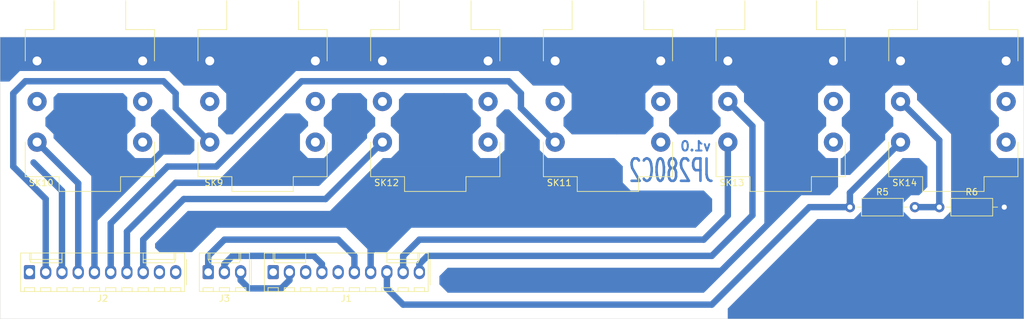
<source format=kicad_pcb>
(kicad_pcb (version 20171130) (host pcbnew 5.1.7-a382d34a8~87~ubuntu16.04.1)

  (general
    (thickness 1.6)
    (drawings 33)
    (tracks 87)
    (zones 0)
    (modules 11)
    (nets 39)
  )

  (page A4)
  (layers
    (0 F.Cu signal)
    (31 B.Cu signal)
    (32 B.Adhes user)
    (33 F.Adhes user)
    (34 B.Paste user)
    (35 F.Paste user)
    (36 B.SilkS user)
    (37 F.SilkS user)
    (38 B.Mask user)
    (39 F.Mask user)
    (40 Dwgs.User user)
    (41 Cmts.User user)
    (42 Eco1.User user)
    (43 Eco2.User user)
    (44 Edge.Cuts user)
    (45 Margin user)
    (46 B.CrtYd user)
    (47 F.CrtYd user)
    (48 B.Fab user)
    (49 F.Fab user)
  )

  (setup
    (last_trace_width 1)
    (user_trace_width 1)
    (user_trace_width 4)
    (trace_clearance 0.2)
    (zone_clearance 0.508)
    (zone_45_only no)
    (trace_min 0.2)
    (via_size 0.8)
    (via_drill 0.4)
    (via_min_size 0.4)
    (via_min_drill 0.3)
    (uvia_size 0.3)
    (uvia_drill 0.1)
    (uvias_allowed no)
    (uvia_min_size 0.2)
    (uvia_min_drill 0.1)
    (edge_width 0.05)
    (segment_width 0.2)
    (pcb_text_width 0.3)
    (pcb_text_size 1.5 1.5)
    (mod_edge_width 0.12)
    (mod_text_size 1 1)
    (mod_text_width 0.15)
    (pad_size 1.524 1.524)
    (pad_drill 0.762)
    (pad_to_mask_clearance 0)
    (aux_axis_origin 0 0)
    (visible_elements FFFFFF7F)
    (pcbplotparams
      (layerselection 0x010fc_ffffffff)
      (usegerberextensions false)
      (usegerberattributes true)
      (usegerberadvancedattributes true)
      (creategerberjobfile true)
      (excludeedgelayer true)
      (linewidth 0.100000)
      (plotframeref false)
      (viasonmask false)
      (mode 1)
      (useauxorigin false)
      (hpglpennumber 1)
      (hpglpenspeed 20)
      (hpglpendiameter 15.000000)
      (psnegative false)
      (psa4output false)
      (plotreference true)
      (plotvalue true)
      (plotinvisibletext false)
      (padsonsilk false)
      (subtractmaskfromsilk false)
      (outputformat 1)
      (mirror false)
      (drillshape 1)
      (scaleselection 1)
      (outputdirectory ""))
  )

  (net 0 "")
  (net 1 "Net-(J1-Pad10)")
  (net 2 "Net-(J1-Pad9)")
  (net 3 "Net-(J1-Pad8)")
  (net 4 "Net-(J1-Pad7)")
  (net 5 "Net-(J1-Pad6)")
  (net 6 "Net-(J1-Pad5)")
  (net 7 "Net-(J1-Pad4)")
  (net 8 "Net-(J1-Pad3)")
  (net 9 "Net-(J1-Pad2)")
  (net 10 "Net-(J1-Pad1)")
  (net 11 "Net-(J2-Pad10)")
  (net 12 "Net-(J2-Pad9)")
  (net 13 "Net-(J2-Pad8)")
  (net 14 "Net-(J2-Pad7)")
  (net 15 "Net-(J2-Pad6)")
  (net 16 "Net-(J2-Pad5)")
  (net 17 "Net-(J2-Pad4)")
  (net 18 "Net-(J2-Pad3)")
  (net 19 "Net-(J2-Pad2)")
  (net 20 "Net-(J2-Pad1)")
  (net 21 "Net-(R5-Pad2)")
  (net 22 GND)
  (net 23 "Net-(SK9-PadR)")
  (net 24 "Net-(SK9-PadRN)")
  (net 25 "Net-(SK9-PadTN)")
  (net 26 "Net-(SK10-PadR)")
  (net 27 "Net-(SK10-PadRN)")
  (net 28 "Net-(SK10-PadTN)")
  (net 29 "Net-(SK11-PadR)")
  (net 30 "Net-(SK11-PadRN)")
  (net 31 "Net-(SK11-PadTN)")
  (net 32 "Net-(SK12-PadR)")
  (net 33 "Net-(SK12-PadRN)")
  (net 34 "Net-(SK12-PadTN)")
  (net 35 "Net-(SK13-PadRN)")
  (net 36 "Net-(SK13-PadTN)")
  (net 37 "Net-(SK14-PadRN)")
  (net 38 "Net-(SK14-PadTN)")

  (net_class Default "This is the default net class."
    (clearance 0.2)
    (trace_width 0.25)
    (via_dia 0.8)
    (via_drill 0.4)
    (uvia_dia 0.3)
    (uvia_drill 0.1)
    (add_net GND)
    (add_net "Net-(J1-Pad1)")
    (add_net "Net-(J1-Pad10)")
    (add_net "Net-(J1-Pad2)")
    (add_net "Net-(J1-Pad3)")
    (add_net "Net-(J1-Pad4)")
    (add_net "Net-(J1-Pad5)")
    (add_net "Net-(J1-Pad6)")
    (add_net "Net-(J1-Pad7)")
    (add_net "Net-(J1-Pad8)")
    (add_net "Net-(J1-Pad9)")
    (add_net "Net-(J2-Pad1)")
    (add_net "Net-(J2-Pad10)")
    (add_net "Net-(J2-Pad2)")
    (add_net "Net-(J2-Pad3)")
    (add_net "Net-(J2-Pad4)")
    (add_net "Net-(J2-Pad5)")
    (add_net "Net-(J2-Pad6)")
    (add_net "Net-(J2-Pad7)")
    (add_net "Net-(J2-Pad8)")
    (add_net "Net-(J2-Pad9)")
    (add_net "Net-(R5-Pad2)")
    (add_net "Net-(SK10-PadR)")
    (add_net "Net-(SK10-PadRN)")
    (add_net "Net-(SK10-PadTN)")
    (add_net "Net-(SK11-PadR)")
    (add_net "Net-(SK11-PadRN)")
    (add_net "Net-(SK11-PadTN)")
    (add_net "Net-(SK12-PadR)")
    (add_net "Net-(SK12-PadRN)")
    (add_net "Net-(SK12-PadTN)")
    (add_net "Net-(SK13-PadRN)")
    (add_net "Net-(SK13-PadTN)")
    (add_net "Net-(SK14-PadRN)")
    (add_net "Net-(SK14-PadTN)")
    (add_net "Net-(SK9-PadR)")
    (add_net "Net-(SK9-PadRN)")
    (add_net "Net-(SK9-PadTN)")
  )

  (module TAC:CL13345 (layer F.Cu) (tedit 5F96A063) (tstamp 5FC4112A)
    (at 180 139.7 90)
    (path /5FC3A747)
    (fp_text reference SK14 (at -19.05 -7.62 180) (layer F.SilkS)
      (effects (font (size 1 1) (thickness 0.15)))
    )
    (fp_text value OSC (at -6.35 -1.27 270) (layer F.Fab)
      (effects (font (size 1 1) (thickness 0.15)))
    )
    (fp_text user Jack_6.35mm_Cliff_CL13345 (at -6.35 1.27 90) (layer F.Fab)
      (effects (font (size 1 1) (thickness 0.15)))
    )
    (fp_line (start -20.5 10.1) (end -20.5 -10.1) (layer F.CrtYd) (width 0.05))
    (fp_line (start 9.5 10.1) (end -20.5 10.1) (layer F.CrtYd) (width 0.05))
    (fp_line (start 9.5 -10.1) (end 9.5 10.1) (layer F.CrtYd) (width 0.05))
    (fp_line (start -20.5 -10.1) (end 9.5 -10.1) (layer F.CrtYd) (width 0.05))
    (fp_line (start 4.8 -10) (end 4.8 10) (layer F.Fab) (width 0.12))
    (fp_line (start 4.8 -10) (end -18 -10) (layer F.Fab) (width 0.12))
    (fp_line (start -18 -10) (end -18 10) (layer F.Fab) (width 0.12))
    (fp_line (start -18 10) (end 4.8 10) (layer F.Fab) (width 0.12))
    (fp_line (start -20.3 4.7) (end -20.3 -4.7) (layer F.Fab) (width 0.12))
    (fp_line (start -20.3 -4.7) (end -18 -4.7) (layer F.Fab) (width 0.12))
    (fp_line (start -20.3 4.7) (end -18 4.7) (layer F.Fab) (width 0.12))
    (fp_line (start 9.4 5.5) (end 9.4 -5.5) (layer F.Fab) (width 0.12))
    (fp_line (start 9.4 -5.5) (end 4.8 -5.5) (layer F.Fab) (width 0.12))
    (fp_line (start 9.4 5.5) (end 4.8 5.5) (layer F.Fab) (width 0.12))
    (fp_line (start 9.4 -5.6) (end 4.9 -5.6) (layer F.SilkS) (width 0.12))
    (fp_line (start 4.9 -5.6) (end 4.9 -10.1) (layer F.SilkS) (width 0.12))
    (fp_line (start 4.9 -10.1) (end 0 -10.1) (layer F.SilkS) (width 0.12))
    (fp_line (start 9.4 5.6) (end 4.9 5.6) (layer F.SilkS) (width 0.12))
    (fp_line (start 4.9 5.6) (end 4.9 10.1) (layer F.SilkS) (width 0.12))
    (fp_line (start 4.9 10.1) (end 0 10.1) (layer F.SilkS) (width 0.12))
    (fp_line (start -12.7 -10.1) (end -18.1 -10.1) (layer F.SilkS) (width 0.12))
    (fp_line (start -18.1 -10.1) (end -18.1 -4.8) (layer F.SilkS) (width 0.12))
    (fp_line (start -18.1 -4.8) (end -20.4 -4.8) (layer F.SilkS) (width 0.12))
    (fp_line (start -20.4 -4.8) (end -20.4 4.8) (layer F.SilkS) (width 0.12))
    (fp_line (start -20.4 4.8) (end -18.1 4.8) (layer F.SilkS) (width 0.12))
    (fp_line (start -18.1 4.8) (end -18.1 10.1) (layer F.SilkS) (width 0.12))
    (fp_line (start -18.1 10.1) (end -12.7 10.1) (layer F.SilkS) (width 0.12))
    (pad S thru_hole circle (at 0 -8.255 180) (size 3 3) (drill 1.4) (layers *.Cu *.Mask)
      (net 22 GND))
    (pad T thru_hole circle (at -12.7 -8.255 180) (size 3 3) (drill 1.4) (layers *.Cu *.Mask)
      (net 3 "Net-(J1-Pad8)"))
    (pad R thru_hole circle (at -6.35 -8.255 180) (size 3 3) (drill 1.4) (layers *.Cu *.Mask)
      (net 21 "Net-(R5-Pad2)"))
    (pad SN thru_hole circle (at 0 8.255 180) (size 3 3) (drill 1.4) (layers *.Cu *.Mask)
      (net 22 GND))
    (pad RN thru_hole circle (at -6.35 8.255 180) (size 3 3) (drill 1.4) (layers *.Cu *.Mask)
      (net 37 "Net-(SK14-PadRN)"))
    (pad TN thru_hole circle (at -12.7 8.255 180) (size 3 3) (drill 1.4) (layers *.Cu *.Mask)
      (net 38 "Net-(SK14-PadTN)"))
    (model ${KIPRJMOD}/local-libs/local-3dmodels/CL13345.step
      (offset (xyz -18 -10 0))
      (scale (xyz 1 1 1))
      (rotate (xyz 0 0 -90))
    )
  )

  (module TAC:CL13345 (layer F.Cu) (tedit 5F96A063) (tstamp 5FC41104)
    (at 153 139.7 90)
    (path /5FC3CD6D)
    (fp_text reference SK13 (at -19.05 -7.62 180) (layer F.SilkS)
      (effects (font (size 1 1) (thickness 0.15)))
    )
    (fp_text value Talkback (at -6.35 -1.27 270) (layer F.Fab)
      (effects (font (size 1 1) (thickness 0.15)))
    )
    (fp_text user Jack_6.35mm_Cliff_CL13345 (at -6.35 1.27 90) (layer F.Fab)
      (effects (font (size 1 1) (thickness 0.15)))
    )
    (fp_line (start -20.5 10.1) (end -20.5 -10.1) (layer F.CrtYd) (width 0.05))
    (fp_line (start 9.5 10.1) (end -20.5 10.1) (layer F.CrtYd) (width 0.05))
    (fp_line (start 9.5 -10.1) (end 9.5 10.1) (layer F.CrtYd) (width 0.05))
    (fp_line (start -20.5 -10.1) (end 9.5 -10.1) (layer F.CrtYd) (width 0.05))
    (fp_line (start 4.8 -10) (end 4.8 10) (layer F.Fab) (width 0.12))
    (fp_line (start 4.8 -10) (end -18 -10) (layer F.Fab) (width 0.12))
    (fp_line (start -18 -10) (end -18 10) (layer F.Fab) (width 0.12))
    (fp_line (start -18 10) (end 4.8 10) (layer F.Fab) (width 0.12))
    (fp_line (start -20.3 4.7) (end -20.3 -4.7) (layer F.Fab) (width 0.12))
    (fp_line (start -20.3 -4.7) (end -18 -4.7) (layer F.Fab) (width 0.12))
    (fp_line (start -20.3 4.7) (end -18 4.7) (layer F.Fab) (width 0.12))
    (fp_line (start 9.4 5.5) (end 9.4 -5.5) (layer F.Fab) (width 0.12))
    (fp_line (start 9.4 -5.5) (end 4.8 -5.5) (layer F.Fab) (width 0.12))
    (fp_line (start 9.4 5.5) (end 4.8 5.5) (layer F.Fab) (width 0.12))
    (fp_line (start 9.4 -5.6) (end 4.9 -5.6) (layer F.SilkS) (width 0.12))
    (fp_line (start 4.9 -5.6) (end 4.9 -10.1) (layer F.SilkS) (width 0.12))
    (fp_line (start 4.9 -10.1) (end 0 -10.1) (layer F.SilkS) (width 0.12))
    (fp_line (start 9.4 5.6) (end 4.9 5.6) (layer F.SilkS) (width 0.12))
    (fp_line (start 4.9 5.6) (end 4.9 10.1) (layer F.SilkS) (width 0.12))
    (fp_line (start 4.9 10.1) (end 0 10.1) (layer F.SilkS) (width 0.12))
    (fp_line (start -12.7 -10.1) (end -18.1 -10.1) (layer F.SilkS) (width 0.12))
    (fp_line (start -18.1 -10.1) (end -18.1 -4.8) (layer F.SilkS) (width 0.12))
    (fp_line (start -18.1 -4.8) (end -20.4 -4.8) (layer F.SilkS) (width 0.12))
    (fp_line (start -20.4 -4.8) (end -20.4 4.8) (layer F.SilkS) (width 0.12))
    (fp_line (start -20.4 4.8) (end -18.1 4.8) (layer F.SilkS) (width 0.12))
    (fp_line (start -18.1 4.8) (end -18.1 10.1) (layer F.SilkS) (width 0.12))
    (fp_line (start -18.1 10.1) (end -12.7 10.1) (layer F.SilkS) (width 0.12))
    (pad S thru_hole circle (at 0 -8.255 180) (size 3 3) (drill 1.4) (layers *.Cu *.Mask)
      (net 22 GND))
    (pad T thru_hole circle (at -12.7 -8.255 180) (size 3 3) (drill 1.4) (layers *.Cu *.Mask)
      (net 2 "Net-(J1-Pad9)"))
    (pad R thru_hole circle (at -6.35 -8.255 180) (size 3 3) (drill 1.4) (layers *.Cu *.Mask)
      (net 1 "Net-(J1-Pad10)"))
    (pad SN thru_hole circle (at 0 8.255 180) (size 3 3) (drill 1.4) (layers *.Cu *.Mask)
      (net 22 GND))
    (pad RN thru_hole circle (at -6.35 8.255 180) (size 3 3) (drill 1.4) (layers *.Cu *.Mask)
      (net 35 "Net-(SK13-PadRN)"))
    (pad TN thru_hole circle (at -12.7 8.255 180) (size 3 3) (drill 1.4) (layers *.Cu *.Mask)
      (net 36 "Net-(SK13-PadTN)"))
    (model ${KIPRJMOD}/local-libs/local-3dmodels/CL13345.step
      (offset (xyz -18 -10 0))
      (scale (xyz 1 1 1))
      (rotate (xyz 0 0 -90))
    )
  )

  (module TAC:CL13345 (layer F.Cu) (tedit 5F96A063) (tstamp 5FC410DE)
    (at 99 139.7 90)
    (path /5FC3DE3E)
    (fp_text reference SK12 (at -19.05 -7.62 180) (layer F.SilkS)
      (effects (font (size 1 1) (thickness 0.15)))
    )
    (fp_text value "Right Tape 1" (at -6.35 -1.27 270) (layer F.Fab)
      (effects (font (size 1 1) (thickness 0.15)))
    )
    (fp_text user Jack_6.35mm_Cliff_CL13345 (at -6.35 1.27 90) (layer F.Fab)
      (effects (font (size 1 1) (thickness 0.15)))
    )
    (fp_line (start -20.5 10.1) (end -20.5 -10.1) (layer F.CrtYd) (width 0.05))
    (fp_line (start 9.5 10.1) (end -20.5 10.1) (layer F.CrtYd) (width 0.05))
    (fp_line (start 9.5 -10.1) (end 9.5 10.1) (layer F.CrtYd) (width 0.05))
    (fp_line (start -20.5 -10.1) (end 9.5 -10.1) (layer F.CrtYd) (width 0.05))
    (fp_line (start 4.8 -10) (end 4.8 10) (layer F.Fab) (width 0.12))
    (fp_line (start 4.8 -10) (end -18 -10) (layer F.Fab) (width 0.12))
    (fp_line (start -18 -10) (end -18 10) (layer F.Fab) (width 0.12))
    (fp_line (start -18 10) (end 4.8 10) (layer F.Fab) (width 0.12))
    (fp_line (start -20.3 4.7) (end -20.3 -4.7) (layer F.Fab) (width 0.12))
    (fp_line (start -20.3 -4.7) (end -18 -4.7) (layer F.Fab) (width 0.12))
    (fp_line (start -20.3 4.7) (end -18 4.7) (layer F.Fab) (width 0.12))
    (fp_line (start 9.4 5.5) (end 9.4 -5.5) (layer F.Fab) (width 0.12))
    (fp_line (start 9.4 -5.5) (end 4.8 -5.5) (layer F.Fab) (width 0.12))
    (fp_line (start 9.4 5.5) (end 4.8 5.5) (layer F.Fab) (width 0.12))
    (fp_line (start 9.4 -5.6) (end 4.9 -5.6) (layer F.SilkS) (width 0.12))
    (fp_line (start 4.9 -5.6) (end 4.9 -10.1) (layer F.SilkS) (width 0.12))
    (fp_line (start 4.9 -10.1) (end 0 -10.1) (layer F.SilkS) (width 0.12))
    (fp_line (start 9.4 5.6) (end 4.9 5.6) (layer F.SilkS) (width 0.12))
    (fp_line (start 4.9 5.6) (end 4.9 10.1) (layer F.SilkS) (width 0.12))
    (fp_line (start 4.9 10.1) (end 0 10.1) (layer F.SilkS) (width 0.12))
    (fp_line (start -12.7 -10.1) (end -18.1 -10.1) (layer F.SilkS) (width 0.12))
    (fp_line (start -18.1 -10.1) (end -18.1 -4.8) (layer F.SilkS) (width 0.12))
    (fp_line (start -18.1 -4.8) (end -20.4 -4.8) (layer F.SilkS) (width 0.12))
    (fp_line (start -20.4 -4.8) (end -20.4 4.8) (layer F.SilkS) (width 0.12))
    (fp_line (start -20.4 4.8) (end -18.1 4.8) (layer F.SilkS) (width 0.12))
    (fp_line (start -18.1 4.8) (end -18.1 10.1) (layer F.SilkS) (width 0.12))
    (fp_line (start -18.1 10.1) (end -12.7 10.1) (layer F.SilkS) (width 0.12))
    (pad S thru_hole circle (at 0 -8.255 180) (size 3 3) (drill 1.4) (layers *.Cu *.Mask)
      (net 22 GND))
    (pad T thru_hole circle (at -12.7 -8.255 180) (size 3 3) (drill 1.4) (layers *.Cu *.Mask)
      (net 13 "Net-(J2-Pad8)"))
    (pad R thru_hole circle (at -6.35 -8.255 180) (size 3 3) (drill 1.4) (layers *.Cu *.Mask)
      (net 32 "Net-(SK12-PadR)"))
    (pad SN thru_hole circle (at 0 8.255 180) (size 3 3) (drill 1.4) (layers *.Cu *.Mask)
      (net 22 GND))
    (pad RN thru_hole circle (at -6.35 8.255 180) (size 3 3) (drill 1.4) (layers *.Cu *.Mask)
      (net 33 "Net-(SK12-PadRN)"))
    (pad TN thru_hole circle (at -12.7 8.255 180) (size 3 3) (drill 1.4) (layers *.Cu *.Mask)
      (net 34 "Net-(SK12-PadTN)"))
    (model ${KIPRJMOD}/local-libs/local-3dmodels/CL13345.step
      (offset (xyz -18 -10 0))
      (scale (xyz 1 1 1))
      (rotate (xyz 0 0 -90))
    )
  )

  (module TAC:CL13345 (layer F.Cu) (tedit 5F96A063) (tstamp 5FC410B8)
    (at 126 139.7 90)
    (path /5FC3D3FC)
    (fp_text reference SK11 (at -19.05 -7.62 180) (layer F.SilkS)
      (effects (font (size 1 1) (thickness 0.15)))
    )
    (fp_text value "Left Tape 1" (at -6.35 -1.27 270) (layer F.Fab)
      (effects (font (size 1 1) (thickness 0.15)))
    )
    (fp_text user Jack_6.35mm_Cliff_CL13345 (at -6.35 1.27 90) (layer F.Fab)
      (effects (font (size 1 1) (thickness 0.15)))
    )
    (fp_line (start -20.5 10.1) (end -20.5 -10.1) (layer F.CrtYd) (width 0.05))
    (fp_line (start 9.5 10.1) (end -20.5 10.1) (layer F.CrtYd) (width 0.05))
    (fp_line (start 9.5 -10.1) (end 9.5 10.1) (layer F.CrtYd) (width 0.05))
    (fp_line (start -20.5 -10.1) (end 9.5 -10.1) (layer F.CrtYd) (width 0.05))
    (fp_line (start 4.8 -10) (end 4.8 10) (layer F.Fab) (width 0.12))
    (fp_line (start 4.8 -10) (end -18 -10) (layer F.Fab) (width 0.12))
    (fp_line (start -18 -10) (end -18 10) (layer F.Fab) (width 0.12))
    (fp_line (start -18 10) (end 4.8 10) (layer F.Fab) (width 0.12))
    (fp_line (start -20.3 4.7) (end -20.3 -4.7) (layer F.Fab) (width 0.12))
    (fp_line (start -20.3 -4.7) (end -18 -4.7) (layer F.Fab) (width 0.12))
    (fp_line (start -20.3 4.7) (end -18 4.7) (layer F.Fab) (width 0.12))
    (fp_line (start 9.4 5.5) (end 9.4 -5.5) (layer F.Fab) (width 0.12))
    (fp_line (start 9.4 -5.5) (end 4.8 -5.5) (layer F.Fab) (width 0.12))
    (fp_line (start 9.4 5.5) (end 4.8 5.5) (layer F.Fab) (width 0.12))
    (fp_line (start 9.4 -5.6) (end 4.9 -5.6) (layer F.SilkS) (width 0.12))
    (fp_line (start 4.9 -5.6) (end 4.9 -10.1) (layer F.SilkS) (width 0.12))
    (fp_line (start 4.9 -10.1) (end 0 -10.1) (layer F.SilkS) (width 0.12))
    (fp_line (start 9.4 5.6) (end 4.9 5.6) (layer F.SilkS) (width 0.12))
    (fp_line (start 4.9 5.6) (end 4.9 10.1) (layer F.SilkS) (width 0.12))
    (fp_line (start 4.9 10.1) (end 0 10.1) (layer F.SilkS) (width 0.12))
    (fp_line (start -12.7 -10.1) (end -18.1 -10.1) (layer F.SilkS) (width 0.12))
    (fp_line (start -18.1 -10.1) (end -18.1 -4.8) (layer F.SilkS) (width 0.12))
    (fp_line (start -18.1 -4.8) (end -20.4 -4.8) (layer F.SilkS) (width 0.12))
    (fp_line (start -20.4 -4.8) (end -20.4 4.8) (layer F.SilkS) (width 0.12))
    (fp_line (start -20.4 4.8) (end -18.1 4.8) (layer F.SilkS) (width 0.12))
    (fp_line (start -18.1 4.8) (end -18.1 10.1) (layer F.SilkS) (width 0.12))
    (fp_line (start -18.1 10.1) (end -12.7 10.1) (layer F.SilkS) (width 0.12))
    (pad S thru_hole circle (at 0 -8.255 180) (size 3 3) (drill 1.4) (layers *.Cu *.Mask)
      (net 22 GND))
    (pad T thru_hole circle (at -12.7 -8.255 180) (size 3 3) (drill 1.4) (layers *.Cu *.Mask)
      (net 15 "Net-(J2-Pad6)"))
    (pad R thru_hole circle (at -6.35 -8.255 180) (size 3 3) (drill 1.4) (layers *.Cu *.Mask)
      (net 29 "Net-(SK11-PadR)"))
    (pad SN thru_hole circle (at 0 8.255 180) (size 3 3) (drill 1.4) (layers *.Cu *.Mask)
      (net 22 GND))
    (pad RN thru_hole circle (at -6.35 8.255 180) (size 3 3) (drill 1.4) (layers *.Cu *.Mask)
      (net 30 "Net-(SK11-PadRN)"))
    (pad TN thru_hole circle (at -12.7 8.255 180) (size 3 3) (drill 1.4) (layers *.Cu *.Mask)
      (net 31 "Net-(SK11-PadTN)"))
    (model ${KIPRJMOD}/local-libs/local-3dmodels/CL13345.step
      (offset (xyz -18 -10 0))
      (scale (xyz 1 1 1))
      (rotate (xyz 0 0 -90))
    )
  )

  (module TAC:CL13345 (layer F.Cu) (tedit 5F96A063) (tstamp 5FC41384)
    (at 45 139.7 90)
    (path /5FC3F387)
    (fp_text reference SK10 (at -19.05 -7.62 180) (layer F.SilkS)
      (effects (font (size 1 1) (thickness 0.15)))
    )
    (fp_text value "Right Tape 2" (at -6.35 -1.27 270) (layer F.Fab)
      (effects (font (size 1 1) (thickness 0.15)))
    )
    (fp_text user Jack_6.35mm_Cliff_CL13345 (at -6.35 1.27 90) (layer F.Fab)
      (effects (font (size 1 1) (thickness 0.15)))
    )
    (fp_line (start -20.5 10.1) (end -20.5 -10.1) (layer F.CrtYd) (width 0.05))
    (fp_line (start 9.5 10.1) (end -20.5 10.1) (layer F.CrtYd) (width 0.05))
    (fp_line (start 9.5 -10.1) (end 9.5 10.1) (layer F.CrtYd) (width 0.05))
    (fp_line (start -20.5 -10.1) (end 9.5 -10.1) (layer F.CrtYd) (width 0.05))
    (fp_line (start 4.8 -10) (end 4.8 10) (layer F.Fab) (width 0.12))
    (fp_line (start 4.8 -10) (end -18 -10) (layer F.Fab) (width 0.12))
    (fp_line (start -18 -10) (end -18 10) (layer F.Fab) (width 0.12))
    (fp_line (start -18 10) (end 4.8 10) (layer F.Fab) (width 0.12))
    (fp_line (start -20.3 4.7) (end -20.3 -4.7) (layer F.Fab) (width 0.12))
    (fp_line (start -20.3 -4.7) (end -18 -4.7) (layer F.Fab) (width 0.12))
    (fp_line (start -20.3 4.7) (end -18 4.7) (layer F.Fab) (width 0.12))
    (fp_line (start 9.4 5.5) (end 9.4 -5.5) (layer F.Fab) (width 0.12))
    (fp_line (start 9.4 -5.5) (end 4.8 -5.5) (layer F.Fab) (width 0.12))
    (fp_line (start 9.4 5.5) (end 4.8 5.5) (layer F.Fab) (width 0.12))
    (fp_line (start 9.4 -5.6) (end 4.9 -5.6) (layer F.SilkS) (width 0.12))
    (fp_line (start 4.9 -5.6) (end 4.9 -10.1) (layer F.SilkS) (width 0.12))
    (fp_line (start 4.9 -10.1) (end 0 -10.1) (layer F.SilkS) (width 0.12))
    (fp_line (start 9.4 5.6) (end 4.9 5.6) (layer F.SilkS) (width 0.12))
    (fp_line (start 4.9 5.6) (end 4.9 10.1) (layer F.SilkS) (width 0.12))
    (fp_line (start 4.9 10.1) (end 0 10.1) (layer F.SilkS) (width 0.12))
    (fp_line (start -12.7 -10.1) (end -18.1 -10.1) (layer F.SilkS) (width 0.12))
    (fp_line (start -18.1 -10.1) (end -18.1 -4.8) (layer F.SilkS) (width 0.12))
    (fp_line (start -18.1 -4.8) (end -20.4 -4.8) (layer F.SilkS) (width 0.12))
    (fp_line (start -20.4 -4.8) (end -20.4 4.8) (layer F.SilkS) (width 0.12))
    (fp_line (start -20.4 4.8) (end -18.1 4.8) (layer F.SilkS) (width 0.12))
    (fp_line (start -18.1 4.8) (end -18.1 10.1) (layer F.SilkS) (width 0.12))
    (fp_line (start -18.1 10.1) (end -12.7 10.1) (layer F.SilkS) (width 0.12))
    (pad S thru_hole circle (at 0 -8.255 180) (size 3 3) (drill 1.4) (layers *.Cu *.Mask)
      (net 22 GND))
    (pad T thru_hole circle (at -12.7 -8.255 180) (size 3 3) (drill 1.4) (layers *.Cu *.Mask)
      (net 17 "Net-(J2-Pad4)"))
    (pad R thru_hole circle (at -6.35 -8.255 180) (size 3 3) (drill 1.4) (layers *.Cu *.Mask)
      (net 26 "Net-(SK10-PadR)"))
    (pad SN thru_hole circle (at 0 8.255 180) (size 3 3) (drill 1.4) (layers *.Cu *.Mask)
      (net 22 GND))
    (pad RN thru_hole circle (at -6.35 8.255 180) (size 3 3) (drill 1.4) (layers *.Cu *.Mask)
      (net 27 "Net-(SK10-PadRN)"))
    (pad TN thru_hole circle (at -12.7 8.255 180) (size 3 3) (drill 1.4) (layers *.Cu *.Mask)
      (net 28 "Net-(SK10-PadTN)"))
    (model ${KIPRJMOD}/local-libs/local-3dmodels/CL13345.step
      (offset (xyz -18 -10 0))
      (scale (xyz 1 1 1))
      (rotate (xyz 0 0 -90))
    )
  )

  (module TAC:CL13345 (layer F.Cu) (tedit 5F96A063) (tstamp 5FC4106C)
    (at 72 139.7 90)
    (path /5FC3E872)
    (fp_text reference SK9 (at -19.05 -7.62 180) (layer F.SilkS)
      (effects (font (size 1 1) (thickness 0.15)))
    )
    (fp_text value "Left Tape 2" (at -6.35 -1.27 270) (layer F.Fab)
      (effects (font (size 1 1) (thickness 0.15)))
    )
    (fp_text user Jack_6.35mm_Cliff_CL13345 (at -6.35 1.27 90) (layer F.Fab)
      (effects (font (size 1 1) (thickness 0.15)))
    )
    (fp_line (start -20.5 10.1) (end -20.5 -10.1) (layer F.CrtYd) (width 0.05))
    (fp_line (start 9.5 10.1) (end -20.5 10.1) (layer F.CrtYd) (width 0.05))
    (fp_line (start 9.5 -10.1) (end 9.5 10.1) (layer F.CrtYd) (width 0.05))
    (fp_line (start -20.5 -10.1) (end 9.5 -10.1) (layer F.CrtYd) (width 0.05))
    (fp_line (start 4.8 -10) (end 4.8 10) (layer F.Fab) (width 0.12))
    (fp_line (start 4.8 -10) (end -18 -10) (layer F.Fab) (width 0.12))
    (fp_line (start -18 -10) (end -18 10) (layer F.Fab) (width 0.12))
    (fp_line (start -18 10) (end 4.8 10) (layer F.Fab) (width 0.12))
    (fp_line (start -20.3 4.7) (end -20.3 -4.7) (layer F.Fab) (width 0.12))
    (fp_line (start -20.3 -4.7) (end -18 -4.7) (layer F.Fab) (width 0.12))
    (fp_line (start -20.3 4.7) (end -18 4.7) (layer F.Fab) (width 0.12))
    (fp_line (start 9.4 5.5) (end 9.4 -5.5) (layer F.Fab) (width 0.12))
    (fp_line (start 9.4 -5.5) (end 4.8 -5.5) (layer F.Fab) (width 0.12))
    (fp_line (start 9.4 5.5) (end 4.8 5.5) (layer F.Fab) (width 0.12))
    (fp_line (start 9.4 -5.6) (end 4.9 -5.6) (layer F.SilkS) (width 0.12))
    (fp_line (start 4.9 -5.6) (end 4.9 -10.1) (layer F.SilkS) (width 0.12))
    (fp_line (start 4.9 -10.1) (end 0 -10.1) (layer F.SilkS) (width 0.12))
    (fp_line (start 9.4 5.6) (end 4.9 5.6) (layer F.SilkS) (width 0.12))
    (fp_line (start 4.9 5.6) (end 4.9 10.1) (layer F.SilkS) (width 0.12))
    (fp_line (start 4.9 10.1) (end 0 10.1) (layer F.SilkS) (width 0.12))
    (fp_line (start -12.7 -10.1) (end -18.1 -10.1) (layer F.SilkS) (width 0.12))
    (fp_line (start -18.1 -10.1) (end -18.1 -4.8) (layer F.SilkS) (width 0.12))
    (fp_line (start -18.1 -4.8) (end -20.4 -4.8) (layer F.SilkS) (width 0.12))
    (fp_line (start -20.4 -4.8) (end -20.4 4.8) (layer F.SilkS) (width 0.12))
    (fp_line (start -20.4 4.8) (end -18.1 4.8) (layer F.SilkS) (width 0.12))
    (fp_line (start -18.1 4.8) (end -18.1 10.1) (layer F.SilkS) (width 0.12))
    (fp_line (start -18.1 10.1) (end -12.7 10.1) (layer F.SilkS) (width 0.12))
    (pad S thru_hole circle (at 0 -8.255 180) (size 3 3) (drill 1.4) (layers *.Cu *.Mask)
      (net 22 GND))
    (pad T thru_hole circle (at -12.7 -8.255 180) (size 3 3) (drill 1.4) (layers *.Cu *.Mask)
      (net 19 "Net-(J2-Pad2)"))
    (pad R thru_hole circle (at -6.35 -8.255 180) (size 3 3) (drill 1.4) (layers *.Cu *.Mask)
      (net 23 "Net-(SK9-PadR)"))
    (pad SN thru_hole circle (at 0 8.255 180) (size 3 3) (drill 1.4) (layers *.Cu *.Mask)
      (net 22 GND))
    (pad RN thru_hole circle (at -6.35 8.255 180) (size 3 3) (drill 1.4) (layers *.Cu *.Mask)
      (net 24 "Net-(SK9-PadRN)"))
    (pad TN thru_hole circle (at -12.7 8.255 180) (size 3 3) (drill 1.4) (layers *.Cu *.Mask)
      (net 25 "Net-(SK9-PadTN)"))
    (model ${KIPRJMOD}/local-libs/local-3dmodels/CL13345.step
      (offset (xyz -18 -10 0))
      (scale (xyz 1 1 1))
      (rotate (xyz 0 0 -90))
    )
  )

  (module Resistor_THT:R_Axial_DIN0207_L6.3mm_D2.5mm_P10.16mm_Horizontal (layer F.Cu) (tedit 5AE5139B) (tstamp 5FC41C47)
    (at 177.8 162.56)
    (descr "Resistor, Axial_DIN0207 series, Axial, Horizontal, pin pitch=10.16mm, 0.25W = 1/4W, length*diameter=6.3*2.5mm^2, http://cdn-reichelt.de/documents/datenblatt/B400/1_4W%23YAG.pdf")
    (tags "Resistor Axial_DIN0207 series Axial Horizontal pin pitch 10.16mm 0.25W = 1/4W length 6.3mm diameter 2.5mm")
    (path /5FC516D0)
    (fp_text reference R6 (at 5.08 -2.37) (layer F.SilkS)
      (effects (font (size 1 1) (thickness 0.15)))
    )
    (fp_text value 10R (at 5.08 2.37) (layer F.Fab)
      (effects (font (size 1 1) (thickness 0.15)))
    )
    (fp_text user %R (at 5.08 0) (layer F.Fab)
      (effects (font (size 1 1) (thickness 0.15)))
    )
    (fp_line (start 1.93 -1.25) (end 1.93 1.25) (layer F.Fab) (width 0.1))
    (fp_line (start 1.93 1.25) (end 8.23 1.25) (layer F.Fab) (width 0.1))
    (fp_line (start 8.23 1.25) (end 8.23 -1.25) (layer F.Fab) (width 0.1))
    (fp_line (start 8.23 -1.25) (end 1.93 -1.25) (layer F.Fab) (width 0.1))
    (fp_line (start 0 0) (end 1.93 0) (layer F.Fab) (width 0.1))
    (fp_line (start 10.16 0) (end 8.23 0) (layer F.Fab) (width 0.1))
    (fp_line (start 1.81 -1.37) (end 1.81 1.37) (layer F.SilkS) (width 0.12))
    (fp_line (start 1.81 1.37) (end 8.35 1.37) (layer F.SilkS) (width 0.12))
    (fp_line (start 8.35 1.37) (end 8.35 -1.37) (layer F.SilkS) (width 0.12))
    (fp_line (start 8.35 -1.37) (end 1.81 -1.37) (layer F.SilkS) (width 0.12))
    (fp_line (start 1.04 0) (end 1.81 0) (layer F.SilkS) (width 0.12))
    (fp_line (start 9.12 0) (end 8.35 0) (layer F.SilkS) (width 0.12))
    (fp_line (start -1.05 -1.5) (end -1.05 1.5) (layer F.CrtYd) (width 0.05))
    (fp_line (start -1.05 1.5) (end 11.21 1.5) (layer F.CrtYd) (width 0.05))
    (fp_line (start 11.21 1.5) (end 11.21 -1.5) (layer F.CrtYd) (width 0.05))
    (fp_line (start 11.21 -1.5) (end -1.05 -1.5) (layer F.CrtYd) (width 0.05))
    (pad 2 thru_hole oval (at 10.16 0) (size 1.6 1.6) (drill 0.8) (layers *.Cu *.Mask)
      (net 22 GND))
    (pad 1 thru_hole circle (at 0 0) (size 1.6 1.6) (drill 0.8) (layers *.Cu *.Mask)
      (net 21 "Net-(R5-Pad2)"))
    (model ${KISYS3DMOD}/Resistor_THT.3dshapes/R_Axial_DIN0207_L6.3mm_D2.5mm_P10.16mm_Horizontal.wrl
      (at (xyz 0 0 0))
      (scale (xyz 1 1 1))
      (rotate (xyz 0 0 0))
    )
  )

  (module Resistor_THT:R_Axial_DIN0207_L6.3mm_D2.5mm_P10.16mm_Horizontal (layer F.Cu) (tedit 5AE5139B) (tstamp 5FC422F9)
    (at 163.83 162.56)
    (descr "Resistor, Axial_DIN0207 series, Axial, Horizontal, pin pitch=10.16mm, 0.25W = 1/4W, length*diameter=6.3*2.5mm^2, http://cdn-reichelt.de/documents/datenblatt/B400/1_4W%23YAG.pdf")
    (tags "Resistor Axial_DIN0207 series Axial Horizontal pin pitch 10.16mm 0.25W = 1/4W length 6.3mm diameter 2.5mm")
    (path /5FC52D89)
    (fp_text reference R5 (at 5.08 -2.37) (layer F.SilkS)
      (effects (font (size 1 1) (thickness 0.15)))
    )
    (fp_text value 10k (at 5.08 2.37) (layer F.Fab)
      (effects (font (size 1 1) (thickness 0.15)))
    )
    (fp_text user %R (at 5.08 0) (layer F.Fab)
      (effects (font (size 1 1) (thickness 0.15)))
    )
    (fp_line (start 1.93 -1.25) (end 1.93 1.25) (layer F.Fab) (width 0.1))
    (fp_line (start 1.93 1.25) (end 8.23 1.25) (layer F.Fab) (width 0.1))
    (fp_line (start 8.23 1.25) (end 8.23 -1.25) (layer F.Fab) (width 0.1))
    (fp_line (start 8.23 -1.25) (end 1.93 -1.25) (layer F.Fab) (width 0.1))
    (fp_line (start 0 0) (end 1.93 0) (layer F.Fab) (width 0.1))
    (fp_line (start 10.16 0) (end 8.23 0) (layer F.Fab) (width 0.1))
    (fp_line (start 1.81 -1.37) (end 1.81 1.37) (layer F.SilkS) (width 0.12))
    (fp_line (start 1.81 1.37) (end 8.35 1.37) (layer F.SilkS) (width 0.12))
    (fp_line (start 8.35 1.37) (end 8.35 -1.37) (layer F.SilkS) (width 0.12))
    (fp_line (start 8.35 -1.37) (end 1.81 -1.37) (layer F.SilkS) (width 0.12))
    (fp_line (start 1.04 0) (end 1.81 0) (layer F.SilkS) (width 0.12))
    (fp_line (start 9.12 0) (end 8.35 0) (layer F.SilkS) (width 0.12))
    (fp_line (start -1.05 -1.5) (end -1.05 1.5) (layer F.CrtYd) (width 0.05))
    (fp_line (start -1.05 1.5) (end 11.21 1.5) (layer F.CrtYd) (width 0.05))
    (fp_line (start 11.21 1.5) (end 11.21 -1.5) (layer F.CrtYd) (width 0.05))
    (fp_line (start 11.21 -1.5) (end -1.05 -1.5) (layer F.CrtYd) (width 0.05))
    (pad 2 thru_hole oval (at 10.16 0) (size 1.6 1.6) (drill 0.8) (layers *.Cu *.Mask)
      (net 21 "Net-(R5-Pad2)"))
    (pad 1 thru_hole circle (at 0 0) (size 1.6 1.6) (drill 0.8) (layers *.Cu *.Mask)
      (net 3 "Net-(J1-Pad8)"))
    (model ${KISYS3DMOD}/Resistor_THT.3dshapes/R_Axial_DIN0207_L6.3mm_D2.5mm_P10.16mm_Horizontal.wrl
      (at (xyz 0 0 0))
      (scale (xyz 1 1 1))
      (rotate (xyz 0 0 0))
    )
  )

  (module TAC:Molex_KK-254_AE-6410-03A_1x03_P2.54mm_Vertical_reversed (layer F.Cu) (tedit 5FC0EAF2) (tstamp 5FC419DB)
    (at 68.58 172.72 180)
    (descr "Molex KK-254 Interconnect System, old/engineering part number: AE-6410-03A example for new part number: 22-27-2031, 3 Pins (http://www.molex.com/pdm_docs/sd/022272021_sd.pdf), generated with kicad-footprint-generator")
    (tags "connector Molex KK-254 vertical")
    (path /5FC4B371)
    (fp_text reference J3 (at 2.54 -4.12) (layer F.SilkS)
      (effects (font (size 1 1) (thickness 0.15)))
    )
    (fp_text value Meters (at 2.54 4.08) (layer F.Fab)
      (effects (font (size 1 1) (thickness 0.15)))
    )
    (fp_text user %R (at 2.54 -2.22 180) (layer F.Fab)
      (effects (font (size 1 1) (thickness 0.15)))
    )
    (fp_line (start -1.27 -2.92) (end -1.27 2.88) (layer F.Fab) (width 0.1))
    (fp_line (start -1.27 2.88) (end 6.35 2.88) (layer F.Fab) (width 0.1))
    (fp_line (start 6.35 2.88) (end 6.35 -2.92) (layer F.Fab) (width 0.1))
    (fp_line (start 6.35 -2.92) (end -1.27 -2.92) (layer F.Fab) (width 0.1))
    (fp_line (start -1.38 -3.03) (end -1.38 2.99) (layer F.SilkS) (width 0.12))
    (fp_line (start -1.38 2.99) (end 6.46 2.99) (layer F.SilkS) (width 0.12))
    (fp_line (start 6.46 2.99) (end 6.46 -3.03) (layer F.SilkS) (width 0.12))
    (fp_line (start 6.46 -3.03) (end -1.38 -3.03) (layer F.SilkS) (width 0.12))
    (fp_line (start -1.67 -2) (end -1.67 2) (layer F.SilkS) (width 0.12))
    (fp_line (start -1.27 -0.5) (end -0.562893 0) (layer F.Fab) (width 0.1))
    (fp_line (start -0.562893 0) (end -1.27 0.5) (layer F.Fab) (width 0.1))
    (fp_line (start 0 2.99) (end 0 1.99) (layer F.SilkS) (width 0.12))
    (fp_line (start 0 1.99) (end 5.08 1.99) (layer F.SilkS) (width 0.12))
    (fp_line (start 5.08 1.99) (end 5.08 2.99) (layer F.SilkS) (width 0.12))
    (fp_line (start 0 1.99) (end 0.25 1.46) (layer F.SilkS) (width 0.12))
    (fp_line (start 0.25 1.46) (end 4.83 1.46) (layer F.SilkS) (width 0.12))
    (fp_line (start 4.83 1.46) (end 5.08 1.99) (layer F.SilkS) (width 0.12))
    (fp_line (start 0.25 2.99) (end 0.25 1.99) (layer F.SilkS) (width 0.12))
    (fp_line (start 4.83 2.99) (end 4.83 1.99) (layer F.SilkS) (width 0.12))
    (fp_line (start -0.8 -3.03) (end -0.8 -2.43) (layer F.SilkS) (width 0.12))
    (fp_line (start -0.8 -2.43) (end 0.8 -2.43) (layer F.SilkS) (width 0.12))
    (fp_line (start 0.8 -2.43) (end 0.8 -3.03) (layer F.SilkS) (width 0.12))
    (fp_line (start 1.74 -3.03) (end 1.74 -2.43) (layer F.SilkS) (width 0.12))
    (fp_line (start 1.74 -2.43) (end 3.34 -2.43) (layer F.SilkS) (width 0.12))
    (fp_line (start 3.34 -2.43) (end 3.34 -3.03) (layer F.SilkS) (width 0.12))
    (fp_line (start 4.28 -3.03) (end 4.28 -2.43) (layer F.SilkS) (width 0.12))
    (fp_line (start 4.28 -2.43) (end 5.88 -2.43) (layer F.SilkS) (width 0.12))
    (fp_line (start 5.88 -2.43) (end 5.88 -3.03) (layer F.SilkS) (width 0.12))
    (fp_line (start -1.77 -3.42) (end -1.77 3.38) (layer F.CrtYd) (width 0.05))
    (fp_line (start -1.77 3.38) (end 6.85 3.38) (layer F.CrtYd) (width 0.05))
    (fp_line (start 6.85 3.38) (end 6.85 -3.42) (layer F.CrtYd) (width 0.05))
    (fp_line (start 6.85 -3.42) (end -1.77 -3.42) (layer F.CrtYd) (width 0.05))
    (pad 1 thru_hole roundrect (at 5.08 0 180) (size 1.74 2.19) (drill 1.19) (layers *.Cu *.Mask) (roundrect_rratio 0.144)
      (net 5 "Net-(J1-Pad6)"))
    (pad 2 thru_hole oval (at 2.54 0 180) (size 1.74 2.19) (drill 1.19) (layers *.Cu *.Mask)
      (net 7 "Net-(J1-Pad4)"))
    (pad 3 thru_hole oval (at 0 0 180) (size 1.74 2.19) (drill 1.19) (layers *.Cu *.Mask)
      (net 9 "Net-(J1-Pad2)"))
    (model ${KISYS3DMOD}/Connector_Molex.3dshapes/Molex_KK-254_AE-6410-03A_1x03_P2.54mm_Vertical.wrl
      (at (xyz 0 0 0))
      (scale (xyz 1 1 1))
      (rotate (xyz 0 0 0))
    )
  )

  (module TAC:Molex_KK-254_AE-6410-10A_1x10_P2.54mm_Vertical_reversed (layer F.Cu) (tedit 5FB7B9B0) (tstamp 5FC40FF0)
    (at 58.42 172.72 180)
    (descr "Molex KK-254 Interconnect System, old/engineering part number: AE-6410-10A example for new part number: 22-27-2101, 10 Pins (http://www.molex.com/pdm_docs/sd/022272021_sd.pdf), generated with kicad-footprint-generator")
    (tags "connector Molex KK-254 vertical")
    (path /5FC42E55)
    (fp_text reference J2 (at 11.43 -4.12 180) (layer F.SilkS)
      (effects (font (size 1 1) (thickness 0.15)))
    )
    (fp_text value "Ribbon Cable (B)" (at 11.43 4.08 180) (layer F.Fab)
      (effects (font (size 1 1) (thickness 0.15)))
    )
    (fp_text user %R (at 11.43 -2.22 180) (layer F.Fab)
      (effects (font (size 1 1) (thickness 0.15)))
    )
    (fp_line (start -1.27 -2.92) (end -1.27 2.88) (layer F.Fab) (width 0.1))
    (fp_line (start -1.27 2.88) (end 24.13 2.88) (layer F.Fab) (width 0.1))
    (fp_line (start 24.13 2.88) (end 24.13 -2.92) (layer F.Fab) (width 0.1))
    (fp_line (start 24.13 -2.92) (end -1.27 -2.92) (layer F.Fab) (width 0.1))
    (fp_line (start -1.38 -3.03) (end -1.38 2.99) (layer F.SilkS) (width 0.12))
    (fp_line (start -1.38 2.99) (end 24.24 2.99) (layer F.SilkS) (width 0.12))
    (fp_line (start 24.24 2.99) (end 24.24 -3.03) (layer F.SilkS) (width 0.12))
    (fp_line (start 24.24 -3.03) (end -1.38 -3.03) (layer F.SilkS) (width 0.12))
    (fp_line (start -1.67 -2) (end -1.67 2) (layer F.SilkS) (width 0.12))
    (fp_line (start -1.27 -0.5) (end -0.562893 0) (layer F.Fab) (width 0.1))
    (fp_line (start -0.562893 0) (end -1.27 0.5) (layer F.Fab) (width 0.1))
    (fp_line (start 0 2.99) (end 0 1.99) (layer F.SilkS) (width 0.12))
    (fp_line (start 0 1.99) (end 5.08 1.99) (layer F.SilkS) (width 0.12))
    (fp_line (start 5.08 1.99) (end 5.08 2.99) (layer F.SilkS) (width 0.12))
    (fp_line (start 0 1.99) (end 0.25 1.46) (layer F.SilkS) (width 0.12))
    (fp_line (start 0.25 1.46) (end 5.08 1.46) (layer F.SilkS) (width 0.12))
    (fp_line (start 5.08 1.46) (end 5.08 1.99) (layer F.SilkS) (width 0.12))
    (fp_line (start 0.25 2.99) (end 0.25 1.99) (layer F.SilkS) (width 0.12))
    (fp_line (start 22.86 2.99) (end 22.86 1.99) (layer F.SilkS) (width 0.12))
    (fp_line (start 22.86 1.99) (end 17.78 1.99) (layer F.SilkS) (width 0.12))
    (fp_line (start 17.78 1.99) (end 17.78 2.99) (layer F.SilkS) (width 0.12))
    (fp_line (start 22.86 1.99) (end 22.61 1.46) (layer F.SilkS) (width 0.12))
    (fp_line (start 22.61 1.46) (end 17.78 1.46) (layer F.SilkS) (width 0.12))
    (fp_line (start 17.78 1.46) (end 17.78 1.99) (layer F.SilkS) (width 0.12))
    (fp_line (start 22.61 2.99) (end 22.61 1.99) (layer F.SilkS) (width 0.12))
    (fp_line (start -0.8 -3.03) (end -0.8 -2.43) (layer F.SilkS) (width 0.12))
    (fp_line (start -0.8 -2.43) (end 0.8 -2.43) (layer F.SilkS) (width 0.12))
    (fp_line (start 0.8 -2.43) (end 0.8 -3.03) (layer F.SilkS) (width 0.12))
    (fp_line (start 1.74 -3.03) (end 1.74 -2.43) (layer F.SilkS) (width 0.12))
    (fp_line (start 1.74 -2.43) (end 3.34 -2.43) (layer F.SilkS) (width 0.12))
    (fp_line (start 3.34 -2.43) (end 3.34 -3.03) (layer F.SilkS) (width 0.12))
    (fp_line (start 4.28 -3.03) (end 4.28 -2.43) (layer F.SilkS) (width 0.12))
    (fp_line (start 4.28 -2.43) (end 5.88 -2.43) (layer F.SilkS) (width 0.12))
    (fp_line (start 5.88 -2.43) (end 5.88 -3.03) (layer F.SilkS) (width 0.12))
    (fp_line (start 6.82 -3.03) (end 6.82 -2.43) (layer F.SilkS) (width 0.12))
    (fp_line (start 6.82 -2.43) (end 8.42 -2.43) (layer F.SilkS) (width 0.12))
    (fp_line (start 8.42 -2.43) (end 8.42 -3.03) (layer F.SilkS) (width 0.12))
    (fp_line (start 9.36 -3.03) (end 9.36 -2.43) (layer F.SilkS) (width 0.12))
    (fp_line (start 9.36 -2.43) (end 10.96 -2.43) (layer F.SilkS) (width 0.12))
    (fp_line (start 10.96 -2.43) (end 10.96 -3.03) (layer F.SilkS) (width 0.12))
    (fp_line (start 11.9 -3.03) (end 11.9 -2.43) (layer F.SilkS) (width 0.12))
    (fp_line (start 11.9 -2.43) (end 13.5 -2.43) (layer F.SilkS) (width 0.12))
    (fp_line (start 13.5 -2.43) (end 13.5 -3.03) (layer F.SilkS) (width 0.12))
    (fp_line (start 14.44 -3.03) (end 14.44 -2.43) (layer F.SilkS) (width 0.12))
    (fp_line (start 14.44 -2.43) (end 16.04 -2.43) (layer F.SilkS) (width 0.12))
    (fp_line (start 16.04 -2.43) (end 16.04 -3.03) (layer F.SilkS) (width 0.12))
    (fp_line (start 16.98 -3.03) (end 16.98 -2.43) (layer F.SilkS) (width 0.12))
    (fp_line (start 16.98 -2.43) (end 18.58 -2.43) (layer F.SilkS) (width 0.12))
    (fp_line (start 18.58 -2.43) (end 18.58 -3.03) (layer F.SilkS) (width 0.12))
    (fp_line (start 19.52 -3.03) (end 19.52 -2.43) (layer F.SilkS) (width 0.12))
    (fp_line (start 19.52 -2.43) (end 21.12 -2.43) (layer F.SilkS) (width 0.12))
    (fp_line (start 21.12 -2.43) (end 21.12 -3.03) (layer F.SilkS) (width 0.12))
    (fp_line (start 22.06 -3.03) (end 22.06 -2.43) (layer F.SilkS) (width 0.12))
    (fp_line (start 22.06 -2.43) (end 23.66 -2.43) (layer F.SilkS) (width 0.12))
    (fp_line (start 23.66 -2.43) (end 23.66 -3.03) (layer F.SilkS) (width 0.12))
    (fp_line (start -1.77 -3.42) (end -1.77 3.38) (layer F.CrtYd) (width 0.05))
    (fp_line (start -1.77 3.38) (end 24.63 3.38) (layer F.CrtYd) (width 0.05))
    (fp_line (start 24.63 3.38) (end 24.63 -3.42) (layer F.CrtYd) (width 0.05))
    (fp_line (start 24.63 -3.42) (end -1.77 -3.42) (layer F.CrtYd) (width 0.05))
    (pad 10 thru_hole oval (at 0 0 180) (size 1.74 2.19) (drill 1.19) (layers *.Cu *.Mask)
      (net 11 "Net-(J2-Pad10)"))
    (pad 9 thru_hole oval (at 2.54 0 180) (size 1.74 2.19) (drill 1.19) (layers *.Cu *.Mask)
      (net 12 "Net-(J2-Pad9)"))
    (pad 8 thru_hole oval (at 5.08 0 180) (size 1.74 2.19) (drill 1.19) (layers *.Cu *.Mask)
      (net 13 "Net-(J2-Pad8)"))
    (pad 7 thru_hole oval (at 7.62 0 180) (size 1.74 2.19) (drill 1.19) (layers *.Cu *.Mask)
      (net 14 "Net-(J2-Pad7)"))
    (pad 6 thru_hole oval (at 10.16 0 180) (size 1.74 2.19) (drill 1.19) (layers *.Cu *.Mask)
      (net 15 "Net-(J2-Pad6)"))
    (pad 5 thru_hole oval (at 12.7 0 180) (size 1.74 2.19) (drill 1.19) (layers *.Cu *.Mask)
      (net 16 "Net-(J2-Pad5)"))
    (pad 4 thru_hole oval (at 15.24 0 180) (size 1.74 2.19) (drill 1.19) (layers *.Cu *.Mask)
      (net 17 "Net-(J2-Pad4)"))
    (pad 3 thru_hole oval (at 17.78 0 180) (size 1.74 2.19) (drill 1.19) (layers *.Cu *.Mask)
      (net 18 "Net-(J2-Pad3)"))
    (pad 2 thru_hole oval (at 20.32 0 180) (size 1.74 2.19) (drill 1.19) (layers *.Cu *.Mask)
      (net 19 "Net-(J2-Pad2)"))
    (pad 1 thru_hole roundrect (at 22.86 0 180) (size 1.74 2.19) (drill 1.19) (layers *.Cu *.Mask) (roundrect_rratio 0.144)
      (net 20 "Net-(J2-Pad1)"))
    (model ${KISYS3DMOD}/Connector_Molex.3dshapes/Molex_KK-254_AE-6410-10A_1x10_P2.54mm_Vertical.wrl
      (at (xyz 0 0 0))
      (scale (xyz 1 1 1))
      (rotate (xyz 0 0 0))
    )
  )

  (module TAC:Molex_KK-254_AE-6410-10A_1x10_P2.54mm_Vertical_reversed (layer F.Cu) (tedit 5FB7B9B0) (tstamp 5FC40FA6)
    (at 96.52 172.72 180)
    (descr "Molex KK-254 Interconnect System, old/engineering part number: AE-6410-10A example for new part number: 22-27-2101, 10 Pins (http://www.molex.com/pdm_docs/sd/022272021_sd.pdf), generated with kicad-footprint-generator")
    (tags "connector Molex KK-254 vertical")
    (path /5FC404B6)
    (fp_text reference J1 (at 11.43 -4.12 180) (layer F.SilkS)
      (effects (font (size 1 1) (thickness 0.15)))
    )
    (fp_text value "Ribbon Cable (A)" (at 11.43 4.08 180) (layer F.Fab)
      (effects (font (size 1 1) (thickness 0.15)))
    )
    (fp_text user %R (at 11.43 -2.22 180) (layer F.Fab)
      (effects (font (size 1 1) (thickness 0.15)))
    )
    (fp_line (start -1.27 -2.92) (end -1.27 2.88) (layer F.Fab) (width 0.1))
    (fp_line (start -1.27 2.88) (end 24.13 2.88) (layer F.Fab) (width 0.1))
    (fp_line (start 24.13 2.88) (end 24.13 -2.92) (layer F.Fab) (width 0.1))
    (fp_line (start 24.13 -2.92) (end -1.27 -2.92) (layer F.Fab) (width 0.1))
    (fp_line (start -1.38 -3.03) (end -1.38 2.99) (layer F.SilkS) (width 0.12))
    (fp_line (start -1.38 2.99) (end 24.24 2.99) (layer F.SilkS) (width 0.12))
    (fp_line (start 24.24 2.99) (end 24.24 -3.03) (layer F.SilkS) (width 0.12))
    (fp_line (start 24.24 -3.03) (end -1.38 -3.03) (layer F.SilkS) (width 0.12))
    (fp_line (start -1.67 -2) (end -1.67 2) (layer F.SilkS) (width 0.12))
    (fp_line (start -1.27 -0.5) (end -0.562893 0) (layer F.Fab) (width 0.1))
    (fp_line (start -0.562893 0) (end -1.27 0.5) (layer F.Fab) (width 0.1))
    (fp_line (start 0 2.99) (end 0 1.99) (layer F.SilkS) (width 0.12))
    (fp_line (start 0 1.99) (end 5.08 1.99) (layer F.SilkS) (width 0.12))
    (fp_line (start 5.08 1.99) (end 5.08 2.99) (layer F.SilkS) (width 0.12))
    (fp_line (start 0 1.99) (end 0.25 1.46) (layer F.SilkS) (width 0.12))
    (fp_line (start 0.25 1.46) (end 5.08 1.46) (layer F.SilkS) (width 0.12))
    (fp_line (start 5.08 1.46) (end 5.08 1.99) (layer F.SilkS) (width 0.12))
    (fp_line (start 0.25 2.99) (end 0.25 1.99) (layer F.SilkS) (width 0.12))
    (fp_line (start 22.86 2.99) (end 22.86 1.99) (layer F.SilkS) (width 0.12))
    (fp_line (start 22.86 1.99) (end 17.78 1.99) (layer F.SilkS) (width 0.12))
    (fp_line (start 17.78 1.99) (end 17.78 2.99) (layer F.SilkS) (width 0.12))
    (fp_line (start 22.86 1.99) (end 22.61 1.46) (layer F.SilkS) (width 0.12))
    (fp_line (start 22.61 1.46) (end 17.78 1.46) (layer F.SilkS) (width 0.12))
    (fp_line (start 17.78 1.46) (end 17.78 1.99) (layer F.SilkS) (width 0.12))
    (fp_line (start 22.61 2.99) (end 22.61 1.99) (layer F.SilkS) (width 0.12))
    (fp_line (start -0.8 -3.03) (end -0.8 -2.43) (layer F.SilkS) (width 0.12))
    (fp_line (start -0.8 -2.43) (end 0.8 -2.43) (layer F.SilkS) (width 0.12))
    (fp_line (start 0.8 -2.43) (end 0.8 -3.03) (layer F.SilkS) (width 0.12))
    (fp_line (start 1.74 -3.03) (end 1.74 -2.43) (layer F.SilkS) (width 0.12))
    (fp_line (start 1.74 -2.43) (end 3.34 -2.43) (layer F.SilkS) (width 0.12))
    (fp_line (start 3.34 -2.43) (end 3.34 -3.03) (layer F.SilkS) (width 0.12))
    (fp_line (start 4.28 -3.03) (end 4.28 -2.43) (layer F.SilkS) (width 0.12))
    (fp_line (start 4.28 -2.43) (end 5.88 -2.43) (layer F.SilkS) (width 0.12))
    (fp_line (start 5.88 -2.43) (end 5.88 -3.03) (layer F.SilkS) (width 0.12))
    (fp_line (start 6.82 -3.03) (end 6.82 -2.43) (layer F.SilkS) (width 0.12))
    (fp_line (start 6.82 -2.43) (end 8.42 -2.43) (layer F.SilkS) (width 0.12))
    (fp_line (start 8.42 -2.43) (end 8.42 -3.03) (layer F.SilkS) (width 0.12))
    (fp_line (start 9.36 -3.03) (end 9.36 -2.43) (layer F.SilkS) (width 0.12))
    (fp_line (start 9.36 -2.43) (end 10.96 -2.43) (layer F.SilkS) (width 0.12))
    (fp_line (start 10.96 -2.43) (end 10.96 -3.03) (layer F.SilkS) (width 0.12))
    (fp_line (start 11.9 -3.03) (end 11.9 -2.43) (layer F.SilkS) (width 0.12))
    (fp_line (start 11.9 -2.43) (end 13.5 -2.43) (layer F.SilkS) (width 0.12))
    (fp_line (start 13.5 -2.43) (end 13.5 -3.03) (layer F.SilkS) (width 0.12))
    (fp_line (start 14.44 -3.03) (end 14.44 -2.43) (layer F.SilkS) (width 0.12))
    (fp_line (start 14.44 -2.43) (end 16.04 -2.43) (layer F.SilkS) (width 0.12))
    (fp_line (start 16.04 -2.43) (end 16.04 -3.03) (layer F.SilkS) (width 0.12))
    (fp_line (start 16.98 -3.03) (end 16.98 -2.43) (layer F.SilkS) (width 0.12))
    (fp_line (start 16.98 -2.43) (end 18.58 -2.43) (layer F.SilkS) (width 0.12))
    (fp_line (start 18.58 -2.43) (end 18.58 -3.03) (layer F.SilkS) (width 0.12))
    (fp_line (start 19.52 -3.03) (end 19.52 -2.43) (layer F.SilkS) (width 0.12))
    (fp_line (start 19.52 -2.43) (end 21.12 -2.43) (layer F.SilkS) (width 0.12))
    (fp_line (start 21.12 -2.43) (end 21.12 -3.03) (layer F.SilkS) (width 0.12))
    (fp_line (start 22.06 -3.03) (end 22.06 -2.43) (layer F.SilkS) (width 0.12))
    (fp_line (start 22.06 -2.43) (end 23.66 -2.43) (layer F.SilkS) (width 0.12))
    (fp_line (start 23.66 -2.43) (end 23.66 -3.03) (layer F.SilkS) (width 0.12))
    (fp_line (start -1.77 -3.42) (end -1.77 3.38) (layer F.CrtYd) (width 0.05))
    (fp_line (start -1.77 3.38) (end 24.63 3.38) (layer F.CrtYd) (width 0.05))
    (fp_line (start 24.63 3.38) (end 24.63 -3.42) (layer F.CrtYd) (width 0.05))
    (fp_line (start 24.63 -3.42) (end -1.77 -3.42) (layer F.CrtYd) (width 0.05))
    (pad 10 thru_hole oval (at 0 0 180) (size 1.74 2.19) (drill 1.19) (layers *.Cu *.Mask)
      (net 1 "Net-(J1-Pad10)"))
    (pad 9 thru_hole oval (at 2.54 0 180) (size 1.74 2.19) (drill 1.19) (layers *.Cu *.Mask)
      (net 2 "Net-(J1-Pad9)"))
    (pad 8 thru_hole oval (at 5.08 0 180) (size 1.74 2.19) (drill 1.19) (layers *.Cu *.Mask)
      (net 3 "Net-(J1-Pad8)"))
    (pad 7 thru_hole oval (at 7.62 0 180) (size 1.74 2.19) (drill 1.19) (layers *.Cu *.Mask)
      (net 4 "Net-(J1-Pad7)"))
    (pad 6 thru_hole oval (at 10.16 0 180) (size 1.74 2.19) (drill 1.19) (layers *.Cu *.Mask)
      (net 5 "Net-(J1-Pad6)"))
    (pad 5 thru_hole oval (at 12.7 0 180) (size 1.74 2.19) (drill 1.19) (layers *.Cu *.Mask)
      (net 6 "Net-(J1-Pad5)"))
    (pad 4 thru_hole oval (at 15.24 0 180) (size 1.74 2.19) (drill 1.19) (layers *.Cu *.Mask)
      (net 7 "Net-(J1-Pad4)"))
    (pad 3 thru_hole oval (at 17.78 0 180) (size 1.74 2.19) (drill 1.19) (layers *.Cu *.Mask)
      (net 8 "Net-(J1-Pad3)"))
    (pad 2 thru_hole oval (at 20.32 0 180) (size 1.74 2.19) (drill 1.19) (layers *.Cu *.Mask)
      (net 9 "Net-(J1-Pad2)"))
    (pad 1 thru_hole roundrect (at 22.86 0 180) (size 1.74 2.19) (drill 1.19) (layers *.Cu *.Mask) (roundrect_rratio 0.144)
      (net 10 "Net-(J1-Pad1)"))
    (model ${KISYS3DMOD}/Connector_Molex.3dshapes/Molex_KK-254_AE-6410-10A_1x10_P2.54mm_Vertical.wrl
      (at (xyz 0 0 0))
      (scale (xyz 1 1 1))
      (rotate (xyz 0 0 0))
    )
  )

  (gr_poly (pts (xy 175.895 156.21) (xy 175.895 159.385) (xy 174.625 160.655) (xy 173.355 160.655) (xy 172.085 161.925) (xy 172.085 163.195) (xy 173.355 164.465) (xy 164.465 164.465) (xy 165.735 163.195) (xy 165.735 161.29) (xy 172.085 154.94) (xy 174.625 154.94)) (layer B.Cu) (width 0.1))
  (gr_text v1.0 (at 139.7 153.035) (layer B.Cu)
    (effects (font (size 1.5 1.5) (thickness 0.3)) (justify mirror))
  )
  (gr_text JP280C2 (at 135.89 156.845) (layer B.Cu)
    (effects (font (size 3.5 2) (thickness 0.4)) (justify mirror))
  )
  (gr_poly (pts (xy 191 180) (xy 144.78 180) (xy 144.78 178.435) (xy 158.75 164.465) (xy 191 164.465)) (layer B.Cu) (width 0.1))
  (gr_poly (pts (xy 128.27 158.75) (xy 129.54 160.02) (xy 140.97 160.02) (xy 142.24 161.29) (xy 142.24 163.195) (xy 139.7 165.735) (xy 95.25 165.735) (xy 91.44 169.545) (xy 89.535 169.545) (xy 88.9 170.18) (xy 88.9 169.545) (xy 85.09 165.735) (xy 64.77 165.735) (xy 60.96 169.545) (xy 55.88 169.545) (xy 55.245 168.91) (xy 55.245 168.275) (xy 60.325 163.195) (xy 82.55 163.195) (xy 89.535 156.21) (xy 128.27 156.21)) (layer B.Cu) (width 0.1))
  (gr_poly (pts (xy 140.97 175.895) (xy 100.965 175.895) (xy 99.695 174.625) (xy 99.695 173.355) (xy 100.965 172.085) (xy 144.78 172.085)) (layer B.Cu) (width 0.1))
  (gr_poly (pts (xy 87.3125 144.78) (xy 88.29 145.7325) (xy 88.29 147.32) (xy 89.56 148.59) (xy 89.56 149.86) (xy 88.29 151.13) (xy 88.29 151.765) (xy 85.75 154.305) (xy 85.75 144.78)) (layer B.Cu) (width 0.1) (tstamp 5FC4276B))
  (gr_poly (pts (xy 85.725 153.67) (xy 80.645 158.75) (xy 80.645 154.94) (xy 81.61 154.94) (xy 82.88 153.67) (xy 82.88 151.13) (xy 81.61 149.86) (xy 81.61 148.59) (xy 82.88 147.32) (xy 82.88 145.7325) (xy 83.82 144.78) (xy 85.725 144.78)) (layer B.Cu) (width 0.1) (tstamp 5FC42764))
  (gr_poly (pts (xy 77.7875 147.955) (xy 79.07 149.225) (xy 79.07 149.86) (xy 77.8 151.13) (xy 77.8 153.67) (xy 79.07 154.94) (xy 80.645 154.94) (xy 80.645 158.75) (xy 64.77 158.75) (xy 75.565 147.955)) (layer B.Cu) (width 0.1) (tstamp 5FC42763))
  (gr_poly (pts (xy 61.29 152.0825) (xy 61.29 153.67) (xy 60.6425 154.305) (xy 58.42 154.305) (xy 58.42 149.225)) (layer B.Cu) (width 0.1) (tstamp 5FC42676))
  (gr_poly (pts (xy 46.355 158.75) (xy 39.37 151.765) (xy 39.37 151.13) (xy 38.1 149.86) (xy 38.1 148.59) (xy 39.37 147.32) (xy 39.37 145.415) (xy 40.005 144.78) (xy 46.355 144.78)) (layer B.Cu) (width 0.1) (tstamp 5FC42671))
  (gr_poly (pts (xy 58.42 154.305) (xy 56.515 154.305) (xy 48.895 161.925) (xy 45.72 165.1) (xy 45.72 154.94) (xy 54.61 154.94) (xy 55.88 153.67) (xy 55.88 151.13) (xy 54.61 149.86) (xy 54.61 148.59) (xy 55.88 147.32) (xy 56.515 147.32) (xy 58.42 149.225)) (layer B.Cu) (width 0.1) (tstamp 5FC42670))
  (gr_poly (pts (xy 50.165 144.78) (xy 50.8 145.415) (xy 50.8 147.32) (xy 52.07 148.59) (xy 52.07 149.86) (xy 50.8 151.13) (xy 50.8 153.67) (xy 52.07 154.94) (xy 46.355 154.94) (xy 46.355 144.78)) (layer B.Cu) (width 0.1) (tstamp 5FC4266F))
  (gr_poly (pts (xy 191.008 141.224) (xy 34.036 141.224) (xy 32.385 142.875) (xy 31 142.875) (xy 31 136) (xy 191 136)) (layer B.Cu) (width 0.1))
  (gr_poly (pts (xy 171.83 143.51) (xy 170.56 143.51) (xy 169.29 144.78) (xy 169.29 147.32) (xy 170.56 148.59) (xy 170.56 149.86) (xy 169.29 151.13) (xy 169.29 152.019) (xy 166.37 154.94) (xy 166.37 140.97) (xy 171.83 140.97)) (layer B.Cu) (width 0.1) (tstamp 5FC4243A))
  (gr_poly (pts (xy 191 143.51) (xy 187.07 143.51) (xy 185.8 144.78) (xy 185.8 147.32) (xy 187.07 148.59) (xy 187.07 149.86) (xy 185.8 151.13) (xy 185.8 153.67) (xy 187.07 154.94) (xy 191 154.94) (xy 191 164.465) (xy 178.435 164.465) (xy 179.705 163.195) (xy 179.705 140.97) (xy 191 140.97)) (layer B.Cu) (width 0.1) (tstamp 5FC42439))
  (gr_poly (pts (xy 179.705 151.13) (xy 174.37 145.796) (xy 174.37 144.78) (xy 173.1 143.51) (xy 171.83 143.51) (xy 171.83 140.97) (xy 179.705 140.97)) (layer B.Cu) (width 0.1) (tstamp 5FC42438))
  (gr_poly (pts (xy 144.83 143.51) (xy 143.56 143.51) (xy 142.29 144.78) (xy 142.29 147.32) (xy 143.56 148.59) (xy 143.56 149.86) (xy 142.29 151.13) (xy 139.7 151.13) (xy 139.7 140.97) (xy 144.83 140.97)) (layer B.Cu) (width 0.1) (tstamp 5FC4243A))
  (gr_poly (pts (xy 161.34 143.51) (xy 160.07 143.51) (xy 158.8 144.78) (xy 158.8 147.32) (xy 160.07 148.59) (xy 160.07 149.86) (xy 158.8 151.13) (xy 158.8 153.67) (xy 160.07 154.94) (xy 161.925 154.94) (xy 161.925 155.575) (xy 161.925 159.385) (xy 160.655 160.655) (xy 154.94 160.655) (xy 154.94 140.97) (xy 161.34 140.97)) (layer B.Cu) (width 0.1) (tstamp 5FC42439))
  (gr_poly (pts (xy 154.94 160.655) (xy 150.495 165.1) (xy 150.495 149.225) (xy 147.32 146.05) (xy 147.32 144.78) (xy 146.1 143.51) (xy 144.83 143.51) (xy 144.78 140.97) (xy 154.94 140.97)) (layer B.Cu) (width 0.1) (tstamp 5FC42438))
  (gr_poly (pts (xy 166.37 154.94) (xy 165.1 156.21) (xy 163.83 157.48) (xy 162.433 157.48) (xy 162.433 154.94) (xy 162.61 154.94) (xy 163.88 153.67) (xy 163.88 151.13) (xy 162.61 149.86) (xy 162.61 148.59) (xy 163.88 147.32) (xy 163.88 144.78) (xy 162.61 143.51) (xy 161.34 143.51) (xy 161.29 140.97) (xy 166.42 140.97)) (layer B.Cu) (width 0.1) (tstamp 5FC42437))
  (gr_poly (pts (xy 115.29 152.0825) (xy 115.29 153.67) (xy 116.56 154.94) (xy 127 154.94) (xy 128.27 156.21) (xy 112.395 156.21) (xy 112.395 149.225)) (layer B.Cu) (width 0.1) (tstamp 5FC4243A))
  (gr_poly (pts (xy 134.34 143.51) (xy 133.07 143.51) (xy 131.8 144.78) (xy 131.8 147.32) (xy 133.07 148.59) (xy 133.07 149.86) (xy 131.8 151.13) (xy 127.355 151.13) (xy 127.355 140.97) (xy 134.34 140.97)) (layer B.Cu) (width 0.1) (tstamp 5FC42439))
  (gr_poly (pts (xy 127.355 151.13) (xy 120.37 151.13) (xy 119.1 149.86) (xy 119.1 148.59) (xy 120.37 147.32) (xy 120.37 144.78) (xy 119.1 143.51) (xy 114.3 143.51) (xy 111.76 140.97) (xy 127.355 140.97)) (layer B.Cu) (width 0.1) (tstamp 5FC42438))
  (gr_poly (pts (xy 139.75 151.13) (xy 136.88 151.13) (xy 135.61 149.86) (xy 135.61 148.59) (xy 136.88 147.32) (xy 136.88 144.78) (xy 135.61 143.51) (xy 134.34 143.51) (xy 134.34 140.97) (xy 139.7 140.97)) (layer B.Cu) (width 0.1) (tstamp 5FC42437))
  (gr_poly (pts (xy 103.8225 144.78) (xy 104.8 145.7325) (xy 104.8 147.32) (xy 106.07 148.59) (xy 106.07 149.86) (xy 104.8 151.13) (xy 104.8 153.67) (xy 106.07 154.94) (xy 107.34 154.94) (xy 107.34 156.21) (xy 100.355 156.21) (xy 100.33 144.78)) (layer B.Cu) (width 0.1) (tstamp 5FC42439))
  (gr_poly (pts (xy 100.33 156.21) (xy 89.535 156.21) (xy 90.83 154.94) (xy 92.1 154.94) (xy 93.37 153.67) (xy 93.37 151.13) (xy 92.1 149.86) (xy 92.1 148.59) (xy 93.37 147.32) (xy 93.37 145.7325) (xy 94.2975 144.78) (xy 100.33 144.78)) (layer B.Cu) (width 0.1) (tstamp 5FC42438))
  (gr_poly (pts (xy 112.42 156.21) (xy 107.34 156.21) (xy 107.34 154.94) (xy 108.61 154.94) (xy 109.88 153.67) (xy 109.88 151.13) (xy 108.61 149.86) (xy 108.61 148.59) (xy 109.88 147.32) (xy 110.49 147.32) (xy 112.395 149.225)) (layer B.Cu) (width 0.1) (tstamp 5FC42437))
  (gr_poly (pts (xy 77.47 140.97) (xy 67.31 151.13) (xy 66.37 151.13) (xy 65.1 149.86) (xy 65.1 148.59) (xy 66.37 147.32) (xy 66.37 144.78) (xy 65.1 143.51) (xy 59.69 143.51) (xy 57.15 140.97)) (layer B.Cu) (width 0.1) (tstamp 5FC42438))
  (gr_line (start 31 136) (end 31 180) (layer Edge.Cuts) (width 0.05) (tstamp 5FC40D99))
  (gr_line (start 191 136) (end 31 136) (layer Edge.Cuts) (width 0.05))
  (gr_line (start 191 180) (end 191 136) (layer Edge.Cuts) (width 0.05))
  (gr_line (start 31 180) (end 191 180) (layer Edge.Cuts) (width 0.05))

  (segment (start 140.97 175.26) (end 156.21 160.02) (width 1) (layer B.Cu) (net 0))
  (segment (start 148.59 149.895) (end 144.745 146.05) (width 1) (layer B.Cu) (net 1))
  (segment (start 96.52 172.72) (end 96.52 171.45) (width 1) (layer B.Cu) (net 1))
  (segment (start 97.79 170.18) (end 142.24 170.18) (width 1) (layer B.Cu) (net 1))
  (segment (start 148.59 163.83) (end 148.59 149.895) (width 1) (layer B.Cu) (net 1))
  (segment (start 96.52 171.45) (end 97.79 170.18) (width 1) (layer B.Cu) (net 1))
  (segment (start 142.24 170.18) (end 148.59 163.83) (width 1) (layer B.Cu) (net 1))
  (segment (start 144.745 163.865) (end 144.745 152.4) (width 1) (layer B.Cu) (net 2))
  (segment (start 93.98 172.72) (end 93.98 170.18) (width 1) (layer B.Cu) (net 2))
  (segment (start 93.98 170.18) (end 96.52 167.64) (width 1) (layer B.Cu) (net 2))
  (segment (start 140.97 167.64) (end 144.745 163.865) (width 1) (layer B.Cu) (net 2))
  (segment (start 96.52 167.64) (end 140.97 167.64) (width 1) (layer B.Cu) (net 2))
  (segment (start 163.83 160.315) (end 171.745 152.4) (width 1) (layer B.Cu) (net 3))
  (segment (start 163.83 162.56) (end 163.83 160.315) (width 1) (layer B.Cu) (net 3))
  (segment (start 157.48 162.56) (end 163.83 162.56) (width 1) (layer B.Cu) (net 3))
  (segment (start 91.44 175.26) (end 93.98 177.8) (width 1) (layer B.Cu) (net 3))
  (segment (start 91.44 172.72) (end 91.44 175.26) (width 1) (layer B.Cu) (net 3))
  (segment (start 93.98 177.8) (end 142.24 177.8) (width 1) (layer B.Cu) (net 3))
  (segment (start 142.24 177.8) (end 157.48 162.56) (width 1) (layer B.Cu) (net 3))
  (segment (start 88.9 172.72) (end 88.9 163.195) (width 1) (layer B.Cu) (net 4))
  (segment (start 63.5 172.72) (end 63.5 170.18) (width 1) (layer B.Cu) (net 5))
  (segment (start 66.04 167.64) (end 83.82 167.64) (width 1) (layer B.Cu) (net 5))
  (segment (start 63.5 170.18) (end 66.04 167.64) (width 1) (layer B.Cu) (net 5))
  (segment (start 86.36 170.18) (end 86.36 172.72) (width 1) (layer B.Cu) (net 5))
  (segment (start 83.82 167.64) (end 86.36 170.18) (width 1) (layer B.Cu) (net 5))
  (segment (start 66.04 172.72) (end 66.04 171.45) (width 1) (layer B.Cu) (net 7))
  (segment (start 66.04 171.45) (end 67.31 170.18) (width 1) (layer B.Cu) (net 7))
  (segment (start 67.31 170.18) (end 80.01 170.18) (width 1) (layer B.Cu) (net 7))
  (segment (start 80.01 170.18) (end 81.28 171.45) (width 1) (layer B.Cu) (net 7))
  (segment (start 81.28 171.45) (end 81.28 172.72) (width 1) (layer B.Cu) (net 7))
  (segment (start 76.2 173.99) (end 76.2 172.72) (width 1) (layer B.Cu) (net 9))
  (segment (start 74.93 175.26) (end 76.2 173.99) (width 1) (layer B.Cu) (net 9))
  (segment (start 68.58 172.72) (end 68.58 173.99) (width 1) (layer B.Cu) (net 9))
  (segment (start 68.58 173.99) (end 69.85 175.26) (width 1) (layer B.Cu) (net 9))
  (segment (start 69.85 175.26) (end 74.93 175.26) (width 1) (layer B.Cu) (net 9))
  (segment (start 53.34 172.72) (end 53.34 167.64) (width 1) (layer B.Cu) (net 13))
  (segment (start 53.34 167.64) (end 59.69 161.29) (width 1) (layer B.Cu) (net 13))
  (segment (start 81.855 161.29) (end 90.745 152.4) (width 1) (layer B.Cu) (net 13))
  (segment (start 59.69 161.29) (end 81.855 161.29) (width 1) (layer B.Cu) (net 13))
  (segment (start 86.36 149.86) (end 87.63 149.86) (width 1) (layer B.Cu) (net 14))
  (segment (start 86.36 149.86) (end 85.09 149.86) (width 1) (layer B.Cu) (net 14))
  (segment (start 86.36 153.035) (end 86.36 149.86) (width 1) (layer B.Cu) (net 14))
  (segment (start 80.645 158.75) (end 86.36 153.035) (width 1) (layer B.Cu) (net 14))
  (segment (start 50.8 172.72) (end 50.8 166.37) (width 1) (layer B.Cu) (net 14))
  (segment (start 50.8 166.37) (end 58.42 158.75) (width 1) (layer B.Cu) (net 14))
  (segment (start 58.42 158.75) (end 80.645 158.75) (width 1) (layer B.Cu) (net 14))
  (segment (start 112.395 147.05) (end 114.57 149.225) (width 1) (layer B.Cu) (net 15))
  (segment (start 112.395 144.78) (end 112.395 147.05) (width 1) (layer B.Cu) (net 15))
  (segment (start 110.49 142.875) (end 112.395 144.78) (width 1) (layer B.Cu) (net 15))
  (segment (start 78.105 142.875) (end 110.49 142.875) (width 1) (layer B.Cu) (net 15))
  (segment (start 48.26 172.72) (end 48.26 165.1) (width 1) (layer B.Cu) (net 15))
  (segment (start 48.26 165.1) (end 57.15 156.21) (width 1) (layer B.Cu) (net 15))
  (segment (start 114.57 149.225) (end 117.745 152.4) (width 1) (layer B.Cu) (net 15))
  (segment (start 57.15 156.21) (end 64.77 156.21) (width 1) (layer B.Cu) (net 15))
  (segment (start 64.77 156.21) (end 78.105 142.875) (width 1) (layer B.Cu) (net 15))
  (segment (start 45.72 172.72) (end 45.72 157.48) (width 1) (layer B.Cu) (net 16))
  (segment (start 45.72 157.48) (end 40.005 151.765) (width 1) (layer B.Cu) (net 16))
  (segment (start 43.18 158.835) (end 36.745 152.4) (width 1) (layer B.Cu) (net 17))
  (segment (start 43.18 172.72) (end 43.18 158.835) (width 1) (layer B.Cu) (net 17))
  (segment (start 40.64 160.02) (end 36.195 155.575) (width 1) (layer B.Cu) (net 18))
  (segment (start 40.64 172.72) (end 40.64 160.02) (width 1) (layer B.Cu) (net 18))
  (segment (start 60.57 149.225) (end 63.745 152.4) (width 1) (layer B.Cu) (net 19))
  (segment (start 58.42 147.075) (end 60.57 149.225) (width 1) (layer B.Cu) (net 19))
  (segment (start 58.42 144.78) (end 58.42 147.075) (width 1) (layer B.Cu) (net 19))
  (segment (start 34.925 142.875) (end 56.515 142.875) (width 1) (layer B.Cu) (net 19))
  (segment (start 38.1 172.72) (end 38.1 161.29) (width 1) (layer B.Cu) (net 19))
  (segment (start 38.1 161.29) (end 33.02 156.21) (width 1) (layer B.Cu) (net 19))
  (segment (start 33.02 156.21) (end 33.02 144.78) (width 1) (layer B.Cu) (net 19))
  (segment (start 56.515 142.875) (end 58.42 144.78) (width 1) (layer B.Cu) (net 19))
  (segment (start 33.02 144.78) (end 34.925 142.875) (width 1) (layer B.Cu) (net 19))
  (segment (start 177.8 152.105) (end 171.745 146.05) (width 1) (layer B.Cu) (net 21))
  (segment (start 177.8 162.56) (end 177.8 152.105) (width 1) (layer B.Cu) (net 21))
  (segment (start 173.99 162.56) (end 177.8 162.56) (width 1) (layer B.Cu) (net 21))
  (segment (start 36.745 139.7) (end 53.255 139.7) (width 1) (layer B.Cu) (net 22))
  (segment (start 53.255 139.7) (end 63.745 139.7) (width 1) (layer B.Cu) (net 22))
  (segment (start 63.745 139.7) (end 80.255 139.7) (width 1) (layer B.Cu) (net 22))
  (segment (start 80.255 139.7) (end 90.745 139.7) (width 1) (layer B.Cu) (net 22))
  (segment (start 90.745 139.7) (end 107.255 139.7) (width 1) (layer B.Cu) (net 22))
  (segment (start 107.255 139.7) (end 117.745 139.7) (width 1) (layer B.Cu) (net 22))
  (segment (start 117.745 139.7) (end 134.255 139.7) (width 1) (layer B.Cu) (net 22))
  (segment (start 134.255 139.7) (end 144.745 139.7) (width 1) (layer B.Cu) (net 22))
  (segment (start 144.745 139.7) (end 161.255 139.7) (width 1) (layer B.Cu) (net 22))
  (segment (start 161.255 139.7) (end 171.745 139.7) (width 1) (layer B.Cu) (net 22))
  (segment (start 187.96 162.56) (end 184.15 158.75) (width 1) (layer B.Cu) (net 22))
  (segment (start 184.15 158.75) (end 184.15 139.7) (width 1) (layer B.Cu) (net 22))
  (segment (start 184.15 139.7) (end 188.255 139.7) (width 1) (layer B.Cu) (net 22))
  (segment (start 171.745 139.7) (end 184.15 139.7) (width 1) (layer B.Cu) (net 22))

)

</source>
